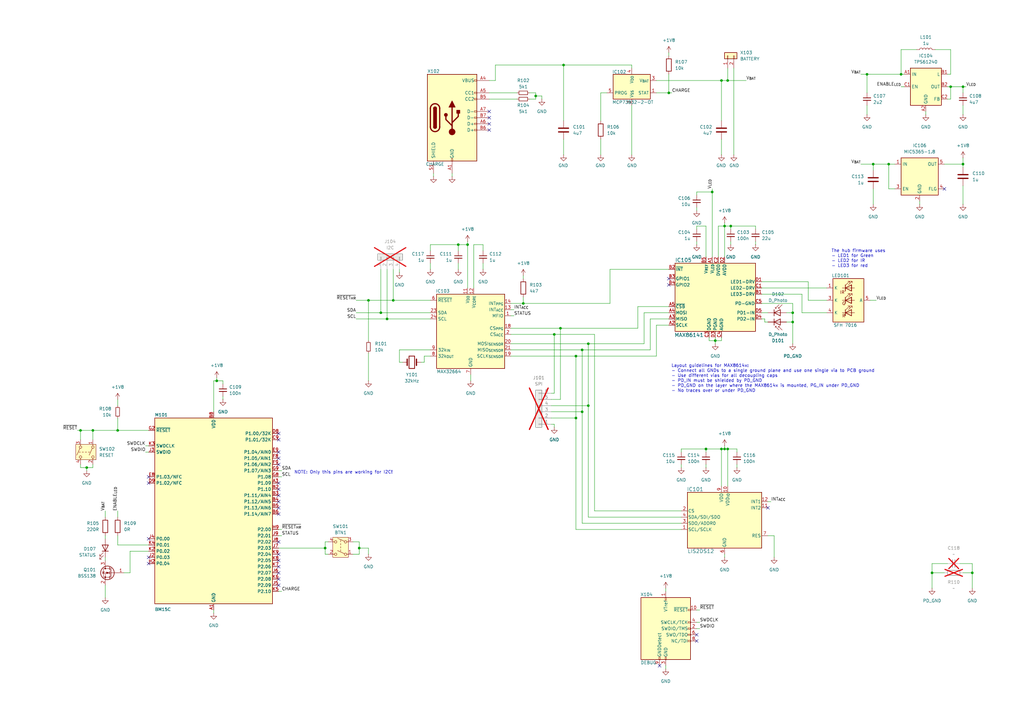
<source format=kicad_sch>
(kicad_sch (version 20250114) (generator "eeschema") (generator_version "9.0")
  (paper "A3")
  (title_block (title "Heart Rate Dev-Board") (date "2025-07-29") (rev "3") (company "https://github.com/ZSWatch/Heartrate-HW"))
  (text "The hub firmware uses\n- LED1 for Green\n- LED2 for IR\n- LED3 for red" (at 340.995 102.235 0) (effects (font (size 1.27 1.27)) (justify left top)))
  (text "NOTE: Only this pins are working for I2C!" (at 120.65 193.04 0) (effects (font (size 1.27 1.27)) (justify left top)))
  (text "Layout guidelines for MAX8614x:\n- Connect all GNDs to a single ground plane and use one single via to PCB ground\n- Use different vias for all decoupling caps\n- PD_IN must be shielded by PD_GND\n- PD_GND on the layer where the MAX8614x is mounted, PG_IN under PD_GND\n- No traces over or under PD_GND" (at 275.336 149.352 0) (effects (font (size 1.27 1.27)) (justify left top)))
  (junction (at 274.32 38.1))
  (junction (at 355.6 30.48))
  (junction (at 325.12 132.08))
  (junction (at 158.75 130.81))
  (junction (at 35.56 191.77))
  (junction (at 133.35 224.79))
  (junction (at 394.97 67.31))
  (junction (at 88.9 156.21))
  (junction (at 38.1 176.53))
  (junction (at 394.97 35.56))
  (junction (at 292.1 78.74))
  (junction (at 214.63 124.46))
  (junction (at 238.76 168.91))
  (junction (at 241.3 140.97))
  (junction (at 295.91 33.02))
  (junction (at 382.27 234.95))
  (junction (at 297.18 92.71))
  (junction (at 156.21 128.27))
  (junction (at 293.37 139.7))
  (junction (at 298.45 33.02))
  (junction (at 33.02 176.53))
  (junction (at 299.72 92.71))
  (junction (at 187.96 100.33))
  (junction (at 289.56 184.15))
  (junction (at 227.33 137.16))
  (junction (at 398.78 234.95))
  (junction (at 151.13 123.19))
  (junction (at 364.49 67.31))
  (junction (at 358.14 67.31))
  (junction (at 236.22 146.05))
  (junction (at 241.3 166.37))
  (junction (at 238.76 143.51))
  (junction (at 229.87 134.62))
  (junction (at 161.29 123.19))
  (junction (at 191.77 100.33))
  (junction (at 236.22 171.45))
  (junction (at 297.18 184.15))
  (junction (at 147.32 224.79))
  (junction (at 295.91 184.15))
  (junction (at 389.89 35.56))
  (junction (at 298.45 184.15))
  (junction (at 325.12 128.27))
  (junction (at 369.57 30.48))
  (junction (at 219.71 39.37))
  (junction (at 48.26 176.53))
  (junction (at 231.14 26.67))
  (no_connect (at 60.96 195.58))
  (no_connect (at 387.35 77.47))
  (no_connect (at 274.32 114.3))
  (no_connect (at 114.3 222.25))
  (no_connect (at 60.96 220.98))
  (no_connect (at 114.3 198.12))
  (no_connect (at 200.66 50.8))
  (no_connect (at 285.75 262.89))
  (no_connect (at 114.3 185.42))
  (no_connect (at 114.3 240.03))
  (no_connect (at 285.75 260.35))
  (no_connect (at 114.3 234.95))
  (no_connect (at 114.3 203.2))
  (no_connect (at 200.66 45.72))
  (no_connect (at 114.3 208.28))
  (no_connect (at 314.96 208.28))
  (no_connect (at 114.3 187.96))
  (no_connect (at 274.32 116.84))
  (no_connect (at 114.3 177.8))
  (no_connect (at 60.96 198.12))
  (no_connect (at 114.3 180.34))
  (no_connect (at 270.51 273.05))
  (no_connect (at 200.66 48.26))
  (no_connect (at 60.96 228.6))
  (no_connect (at 114.3 210.82))
  (no_connect (at 114.3 205.74))
  (no_connect (at 114.3 229.87))
  (no_connect (at 200.66 53.34))
  (no_connect (at 114.3 237.49))
  (no_connect (at 114.3 232.41))
  (no_connect (at 114.3 227.33))
  (no_connect (at 114.3 200.66))
  (no_connect (at 60.96 231.14))
  (no_connect (at 114.3 190.5))
  (wire (pts (xy 261.62 125.73) (xy 274.32 125.73)))
  (wire (pts (xy 87.63 156.21) (xy 88.9 156.21)))
  (wire (pts (xy 269.24 33.02) (xy 295.91 33.02)))
  (wire (pts (xy 377.19 82.55) (xy 377.19 83.82)))
  (wire (pts (xy 295.91 33.02) (xy 298.45 33.02)))
  (wire (pts (xy 369.57 20.32) (xy 369.57 30.48)))
  (wire (pts (xy 382.27 241.3) (xy 382.27 234.95)))
  (wire (pts (xy 325.12 124.46) (xy 325.12 128.27)))
  (wire (pts (xy 293.37 139.7) (xy 295.91 139.7)))
  (wire (pts (xy 241.3 140.97) (xy 264.16 140.97)))
  (wire (pts (xy 243.84 137.16) (xy 243.84 209.55)))
  (wire (pts (xy 60.96 182.88) (xy 59.69 182.88)))
  (wire (pts (xy 231.14 26.67) (xy 259.08 26.67)))
  (wire (pts (xy 294.64 92.71) (xy 294.64 105.41)))
  (wire (pts (xy 394.97 35.56) (xy 396.24 35.56)))
  (wire (pts (xy 382.27 231.14) (xy 388.62 231.14)))
  (wire (pts (xy 87.63 250.19) (xy 87.63 251.46)))
  (wire (pts (xy 191.77 100.33) (xy 191.77 118.11)))
  (wire (pts (xy 217.17 38.1) (xy 219.71 38.1)))
  (wire (pts (xy 241.3 166.37) (xy 241.3 212.09)))
  (wire (pts (xy 387.35 67.31) (xy 394.97 67.31)))
  (wire (pts (xy 289.56 92.71) (xy 289.56 105.41)))
  (wire (pts (xy 241.3 212.09) (xy 279.4 212.09)))
  (wire (pts (xy 163.83 148.59) (xy 165.1 148.59)))
  (wire (pts (xy 290.83 138.43) (xy 290.83 139.7)))
  (wire (pts (xy 144.78 222.25) (xy 147.32 222.25)))
  (wire (pts (xy 394.97 43.18) (xy 394.97 46.99)))
  (wire (pts (xy 353.06 30.48) (xy 355.6 30.48)))
  (wire (pts (xy 214.63 113.03) (xy 214.63 114.3)))
  (wire (pts (xy 209.55 137.16) (xy 227.33 137.16)))
  (wire (pts (xy 156.21 110.49) (xy 156.21 128.27)))
  (wire (pts (xy 134.62 222.25) (xy 133.35 222.25)))
  (wire (pts (xy 194.31 100.33) (xy 198.12 100.33)))
  (wire (pts (xy 177.8 71.12) (xy 177.8 72.39)))
  (wire (pts (xy 187.96 100.33) (xy 187.96 102.87)))
  (wire (pts (xy 133.35 227.33) (xy 133.35 224.79)))
  (wire (pts (xy 358.14 67.31) (xy 358.14 69.85)))
  (wire (pts (xy 114.3 193.04) (xy 115.57 193.04)))
  (wire (pts (xy 295.91 184.15) (xy 289.56 184.15)))
  (wire (pts (xy 295.91 184.15) (xy 297.18 184.15)))
  (wire (pts (xy 198.12 100.33) (xy 198.12 102.87)))
  (wire (pts (xy 248.92 38.1) (xy 246.38 38.1)))
  (wire (pts (xy 297.18 227.33) (xy 297.18 228.6)))
  (wire (pts (xy 389.89 40.64) (xy 389.89 35.56)))
  (wire (pts (xy 43.18 240.03) (xy 43.18 245.11)))
  (wire (pts (xy 48.26 176.53) (xy 38.1 176.53)))
  (wire (pts (xy 369.57 35.56) (xy 370.84 35.56)))
  (wire (pts (xy 144.78 227.33) (xy 147.32 227.33)))
  (wire (pts (xy 293.37 138.43) (xy 293.37 139.7)))
  (wire (pts (xy 43.18 219.71) (xy 43.18 220.98)))
  (wire (pts (xy 60.96 223.52) (xy 48.26 223.52)))
  (wire (pts (xy 289.56 190.5) (xy 289.56 191.77)))
  (wire (pts (xy 295.91 139.7) (xy 295.91 138.43)))
  (wire (pts (xy 279.4 184.15) (xy 279.4 185.42)))
  (wire (pts (xy 394.97 35.56) (xy 394.97 38.1)))
  (wire (pts (xy 339.09 128.27) (xy 328.93 128.27)))
  (wire (pts (xy 299.72 92.71) (xy 309.88 92.71)))
  (wire (pts (xy 297.18 182.88) (xy 297.18 184.15)))
  (wire (pts (xy 274.32 38.1) (xy 275.59 38.1)))
  (wire (pts (xy 299.72 92.71) (xy 299.72 93.98)))
  (wire (pts (xy 185.42 71.12) (xy 185.42 72.39)))
  (wire (pts (xy 266.7 130.81) (xy 274.32 130.81)))
  (wire (pts (xy 309.88 99.06) (xy 309.88 100.33)))
  (wire (pts (xy 294.64 92.71) (xy 297.18 92.71)))
  (wire (pts (xy 214.63 124.46) (xy 214.63 121.92)))
  (wire (pts (xy 261.62 134.62) (xy 261.62 125.73)))
  (wire (pts (xy 35.56 191.77) (xy 38.1 191.77)))
  (wire (pts (xy 194.31 118.11) (xy 194.31 100.33)))
  (wire (pts (xy 273.05 273.05) (xy 273.05 274.32)))
  (wire (pts (xy 325.12 132.08) (xy 325.12 140.97)))
  (wire (pts (xy 264.16 128.27) (xy 274.32 128.27)))
  (wire (pts (xy 48.26 176.53) (xy 60.96 176.53)))
  (wire (pts (xy 219.71 40.64) (xy 217.17 40.64)))
  (wire (pts (xy 358.14 67.31) (xy 364.49 67.31)))
  (wire (pts (xy 198.12 107.95) (xy 198.12 110.49)))
  (wire (pts (xy 161.29 110.49) (xy 161.29 123.19)))
  (wire (pts (xy 238.76 143.51) (xy 238.76 168.91)))
  (wire (pts (xy 161.29 123.19) (xy 151.13 123.19)))
  (wire (pts (xy 389.89 35.56) (xy 388.62 35.56)))
  (wire (pts (xy 313.69 132.08) (xy 314.96 132.08)))
  (wire (pts (xy 339.09 118.11) (xy 312.42 118.11)))
  (wire (pts (xy 279.4 190.5) (xy 279.4 191.77)))
  (wire (pts (xy 238.76 143.51) (xy 266.7 143.51)))
  (wire (pts (xy 114.3 242.57) (xy 115.57 242.57)))
  (wire (pts (xy 147.32 224.79) (xy 147.32 227.33)))
  (wire (pts (xy 35.56 191.77) (xy 35.56 193.04)))
  (wire (pts (xy 193.04 153.67) (xy 193.04 156.21)))
  (wire (pts (xy 176.53 143.51) (xy 163.83 143.51)))
  (wire (pts (xy 114.3 195.58) (xy 115.57 195.58)))
  (wire (pts (xy 269.24 133.35) (xy 269.24 146.05)))
  (wire (pts (xy 226.06 161.29) (xy 227.33 161.29)))
  (wire (pts (xy 33.02 176.53) (xy 33.02 180.34)))
  (wire (pts (xy 285.75 92.71) (xy 289.56 92.71)))
  (wire (pts (xy 238.76 143.51) (xy 209.55 143.51)))
  (wire (pts (xy 219.71 39.37) (xy 219.71 40.64)))
  (wire (pts (xy 91.44 156.21) (xy 91.44 157.48)))
  (wire (pts (xy 285.75 80.01) (xy 285.75 78.74)))
  (wire (pts (xy 298.45 184.15) (xy 298.45 199.39)))
  (wire (pts (xy 38.1 176.53) (xy 38.1 180.34)))
  (wire (pts (xy 173.99 148.59) (xy 173.99 146.05)))
  (wire (pts (xy 359.41 123.19) (xy 356.87 123.19)))
  (wire (pts (xy 285.75 93.98) (xy 285.75 92.71)))
  (wire (pts (xy 48.26 212.09) (xy 48.26 209.55)))
  (wire (pts (xy 339.09 123.19) (xy 331.47 123.19)))
  (wire (pts (xy 274.32 30.48) (xy 274.32 38.1)))
  (wire (pts (xy 31.75 176.53) (xy 33.02 176.53)))
  (wire (pts (xy 314.96 205.74) (xy 316.23 205.74)))
  (wire (pts (xy 246.38 38.1) (xy 246.38 49.53)))
  (wire (pts (xy 312.42 120.65) (xy 328.93 120.65)))
  (wire (pts (xy 176.53 100.33) (xy 176.53 102.87)))
  (wire (pts (xy 227.33 173.99) (xy 227.33 175.26)))
  (wire (pts (xy 375.92 20.32) (xy 369.57 20.32)))
  (wire (pts (xy 285.75 78.74) (xy 292.1 78.74)))
  (wire (pts (xy 367.03 77.47) (xy 364.49 77.47)))
  (wire (pts (xy 48.26 176.53) (xy 48.26 171.45)))
  (wire (pts (xy 325.12 128.27) (xy 325.12 132.08)))
  (wire (pts (xy 394.97 67.31) (xy 394.97 68.58)))
  (wire (pts (xy 298.45 33.02) (xy 306.07 33.02)))
  (wire (pts (xy 219.71 39.37) (xy 222.25 39.37)))
  (wire (pts (xy 279.4 184.15) (xy 289.56 184.15)))
  (wire (pts (xy 285.75 99.06) (xy 285.75 100.33)))
  (wire (pts (xy 156.21 128.27) (xy 176.53 128.27)))
  (wire (pts (xy 91.44 162.56) (xy 91.44 163.83)))
  (wire (pts (xy 264.16 140.97) (xy 264.16 128.27)))
  (wire (pts (xy 227.33 161.29) (xy 227.33 137.16)))
  (wire (pts (xy 295.91 57.15) (xy 295.91 63.5)))
  (wire (pts (xy 226.06 168.91) (xy 238.76 168.91)))
  (wire (pts (xy 151.13 224.79) (xy 151.13 227.33)))
  (wire (pts (xy 302.26 190.5) (xy 302.26 191.77)))
  (wire (pts (xy 172.72 148.59) (xy 173.99 148.59)))
  (wire (pts (xy 209.55 134.62) (xy 229.87 134.62)))
  (wire (pts (xy 274.32 133.35) (xy 269.24 133.35)))
  (wire (pts (xy 33.02 190.5) (xy 33.02 191.77)))
  (wire (pts (xy 298.45 184.15) (xy 297.18 184.15)))
  (wire (pts (xy 163.83 110.49) (xy 163.83 111.76)))
  (wire (pts (xy 219.71 39.37) (xy 219.71 38.1)))
  (wire (pts (xy 114.3 224.79) (xy 133.35 224.79)))
  (wire (pts (xy 88.9 154.94) (xy 88.9 156.21)))
  (wire (pts (xy 259.08 27.94) (xy 259.08 26.67)))
  (wire (pts (xy 379.73 45.72) (xy 379.73 46.99)))
  (wire (pts (xy 394.97 76.2) (xy 394.97 83.82)))
  (wire (pts (xy 312.42 130.81) (xy 313.69 130.81)))
  (wire (pts (xy 203.2 26.67) (xy 203.2 33.02)))
  (wire (pts (xy 382.27 234.95) (xy 387.35 234.95)))
  (wire (pts (xy 317.5 219.71) (xy 317.5 228.6)))
  (wire (pts (xy 176.53 107.95) (xy 176.53 110.49)))
  (wire (pts (xy 241.3 140.97) (xy 241.3 166.37)))
  (wire (pts (xy 313.69 130.81) (xy 313.69 132.08)))
  (wire (pts (xy 393.7 231.14) (xy 398.78 231.14)))
  (wire (pts (xy 364.49 67.31) (xy 367.03 67.31)))
  (wire (pts (xy 353.06 67.31) (xy 358.14 67.31)))
  (wire (pts (xy 33.02 191.77) (xy 35.56 191.77)))
  (wire (pts (xy 209.55 127) (xy 210.82 127)))
  (wire (pts (xy 355.6 30.48) (xy 355.6 38.1)))
  (wire (pts (xy 243.84 209.55) (xy 279.4 209.55)))
  (wire (pts (xy 176.53 123.19) (xy 161.29 123.19)))
  (wire (pts (xy 292.1 77.47) (xy 292.1 78.74)))
  (wire (pts (xy 389.89 35.56) (xy 394.97 35.56)))
  (wire (pts (xy 298.45 184.15) (xy 302.26 184.15)))
  (wire (pts (xy 226.06 166.37) (xy 241.3 166.37)))
  (wire (pts (xy 209.55 129.54) (xy 210.82 129.54)))
  (wire (pts (xy 33.02 176.53) (xy 38.1 176.53)))
  (wire (pts (xy 295.91 199.39) (xy 295.91 184.15)))
  (wire (pts (xy 273.05 241.3) (xy 273.05 242.57)))
  (wire (pts (xy 328.93 120.65) (xy 328.93 128.27)))
  (wire (pts (xy 226.06 163.83) (xy 229.87 163.83)))
  (wire (pts (xy 200.66 38.1) (xy 212.09 38.1)))
  (wire (pts (xy 292.1 78.74) (xy 292.1 105.41)))
  (wire (pts (xy 238.76 214.63) (xy 279.4 214.63)))
  (wire (pts (xy 134.62 227.33) (xy 133.35 227.33)))
  (wire (pts (xy 114.3 219.71) (xy 115.57 219.71)))
  (wire (pts (xy 369.57 30.48) (xy 370.84 30.48)))
  (wire (pts (xy 209.55 124.46) (xy 214.63 124.46)))
  (wire (pts (xy 394.97 234.95) (xy 398.78 234.95)))
  (wire (pts (xy 87.63 156.21) (xy 87.63 168.91)))
  (wire (pts (xy 236.22 171.45) (xy 236.22 217.17)))
  (wire (pts (xy 382.27 234.95) (xy 382.27 231.14)))
  (wire (pts (xy 250.19 110.49) (xy 274.32 110.49)))
  (wire (pts (xy 187.96 107.95) (xy 187.96 110.49)))
  (wire (pts (xy 60.96 226.06) (xy 53.34 226.06)))
  (wire (pts (xy 322.58 128.27) (xy 325.12 128.27)))
  (wire (pts (xy 285.75 250.19) (xy 287.02 250.19)))
  (wire (pts (xy 274.32 21.59) (xy 274.32 22.86)))
  (wire (pts (xy 388.62 30.48) (xy 389.89 30.48)))
  (wire (pts (xy 187.96 100.33) (xy 191.77 100.33)))
  (wire (pts (xy 293.37 139.7) (xy 293.37 140.97)))
  (wire (pts (xy 158.75 110.49) (xy 158.75 130.81)))
  (wire (pts (xy 43.18 228.6) (xy 43.18 229.87)))
  (wire (pts (xy 146.05 128.27) (xy 156.21 128.27)))
  (wire (pts (xy 309.88 92.71) (xy 309.88 93.98)))
  (wire (pts (xy 295.91 33.02) (xy 295.91 49.53)))
  (wire (pts (xy 259.08 43.18) (xy 259.08 63.5)))
  (wire (pts (xy 222.25 40.64) (xy 222.25 39.37)))
  (wire (pts (xy 48.26 163.83) (xy 48.26 166.37)))
  (wire (pts (xy 312.42 115.57) (xy 331.47 115.57)))
  (wire (pts (xy 389.89 30.48) (xy 389.89 20.32)))
  (wire (pts (xy 285.75 85.09) (xy 285.75 86.36)))
  (wire (pts (xy 297.18 92.71) (xy 299.72 92.71)))
  (wire (pts (xy 114.3 217.17) (xy 115.57 217.17)))
  (wire (pts (xy 227.33 137.16) (xy 243.84 137.16)))
  (wire (pts (xy 297.18 91.44) (xy 297.18 92.71)))
  (wire (pts (xy 299.72 99.06) (xy 299.72 100.33)))
  (wire (pts (xy 331.47 123.19) (xy 331.47 115.57)))
  (wire (pts (xy 38.1 190.5) (xy 38.1 191.77)))
  (wire (pts (xy 298.45 27.94) (xy 298.45 33.02)))
  (wire (pts (xy 236.22 217.17) (xy 279.4 217.17)))
  (wire (pts (xy 250.19 124.46) (xy 250.19 110.49)))
  (wire (pts (xy 146.05 130.81) (xy 158.75 130.81)))
  (wire (pts (xy 358.14 77.47) (xy 358.14 83.82)))
  (wire (pts (xy 43.18 209.55) (xy 43.18 212.09)))
  (wire (pts (xy 383.54 20.32) (xy 389.89 20.32)))
  (wire (pts (xy 200.66 33.02) (xy 203.2 33.02)))
  (wire (pts (xy 269.24 38.1) (xy 274.32 38.1)))
  (wire (pts (xy 398.78 234.95) (xy 398.78 241.3)))
  (wire (pts (xy 266.7 143.51) (xy 266.7 130.81)))
  (wire (pts (xy 200.66 40.64) (xy 212.09 40.64)))
  (wire (pts (xy 147.32 222.25) (xy 147.32 224.79)))
  (wire (pts (xy 163.83 143.51) (xy 163.83 148.59)))
  (wire (pts (xy 314.96 219.71) (xy 317.5 219.71)))
  (wire (pts (xy 231.14 57.15) (xy 231.14 63.5)))
  (wire (pts (xy 394.97 64.77) (xy 394.97 67.31)))
  (wire (pts (xy 151.13 144.78) (xy 151.13 156.21)))
  (wire (pts (xy 214.63 124.46) (xy 250.19 124.46)))
  (wire (pts (xy 229.87 134.62) (xy 229.87 163.83)))
  (wire (pts (xy 285.75 255.27) (xy 287.02 255.27)))
  (wire (pts (xy 48.26 223.52) (xy 48.26 219.71)))
  (wire (pts (xy 246.38 57.15) (xy 246.38 63.5)))
  (wire (pts (xy 147.32 224.79) (xy 151.13 224.79)))
  (wire (pts (xy 209.55 140.97) (xy 241.3 140.97)))
  (wire (pts (xy 398.78 231.14) (xy 398.78 234.95)))
  (wire (pts (xy 191.77 99.06) (xy 191.77 100.33)))
  (wire (pts (xy 133.35 222.25) (xy 133.35 224.79)))
  (wire (pts (xy 60.96 185.42) (xy 59.69 185.42)))
  (wire (pts (xy 229.87 134.62) (xy 261.62 134.62)))
  (wire (pts (xy 226.06 173.99) (xy 227.33 173.99)))
  (wire (pts (xy 355.6 30.48) (xy 369.57 30.48)))
  (wire (pts (xy 226.06 171.45) (xy 236.22 171.45)))
  (wire (pts (xy 289.56 184.15) (xy 289.56 185.42)))
  (wire (pts (xy 231.14 26.67) (xy 203.2 26.67)))
  (wire (pts (xy 151.13 123.19) (xy 151.13 139.7)))
  (wire (pts (xy 236.22 146.05) (xy 236.22 171.45)))
  (wire (pts (xy 388.62 40.64) (xy 389.89 40.64)))
  (wire (pts (xy 176.53 146.05) (xy 173.99 146.05)))
  (wire (pts (xy 285.75 257.81) (xy 287.02 257.81)))
  (wire (pts (xy 176.53 100.33) (xy 187.96 100.33)))
  (wire (pts (xy 53.34 226.06) (xy 53.34 234.95)))
  (wire (pts (xy 231.14 26.67) (xy 231.14 49.53)))
  (wire (pts (xy 312.42 124.46) (xy 325.12 124.46)))
  (wire (pts (xy 146.05 123.19) (xy 151.13 123.19)))
  (wire (pts (xy 364.49 77.47) (xy 364.49 67.31)))
  (wire (pts (xy 322.58 132.08) (xy 325.12 132.08)))
  (wire (pts (xy 300.99 27.94) (xy 300.99 63.5)))
  (wire (pts (xy 355.6 43.18) (xy 355.6 46.99)))
  (wire (pts (xy 158.75 130.81) (xy 176.53 130.81)))
  (wire (pts (xy 50.8 234.95) (xy 53.34 234.95)))
  (wire (pts (xy 297.18 92.71) (xy 297.18 105.41)))
  (wire (pts (xy 312.42 128.27) (xy 314.96 128.27)))
  (wire (pts (xy 209.55 146.05) (xy 236.22 146.05)))
  (wire (pts (xy 88.9 156.21) (xy 91.44 156.21)))
  (wire (pts (xy 302.26 184.15) (xy 302.26 185.42)))
  (wire (pts (xy 238.76 168.91) (xy 238.76 214.63)))
  (wire (pts (xy 236.22 146.05) (xy 269.24 146.05)))
  (wire (pts (xy 290.83 139.7) (xy 293.37 139.7)))
  (label "~{RESET}" (at 287.02 250.19 0))
  (label "V_{LED}" (at 396.24 35.56 0))
  (label "SWDIO" (at 287.02 257.81 0))
  (label "INT_{ACC}" (at 316.23 205.74 0))
  (label "~{RESET_{HR}}" (at 115.57 217.17 0))
  (label "ENABLE_{LED}" (at 369.57 35.56 180))
  (label "SDA" (at 146.05 128.27 180))
  (label "INT_{ACC}" (at 210.82 127 0))
  (label "CHARGE" (at 275.59 38.1 0))
  (label "V_{LED}" (at 292.1 77.47 90))
  (label "SWDCLK" (at 287.02 255.27 0))
  (label "STATUS" (at 115.57 219.71 0))
  (label "CHARGE" (at 115.57 242.57 0))
  (label "V_{LED}" (at 359.41 123.19 0))
  (label "V_{BAT}" (at 353.06 30.48 180))
  (label "V_{BAT}" (at 353.06 67.31 180))
  (label "SWDCLK" (at 59.69 182.88 180))
  (label "STATUS" (at 210.82 129.54 0))
  (label "SCL" (at 115.57 195.58 0))
  (label "ENABLE_{LED}" (at 48.26 209.55 90))
  (label "SDA" (at 115.57 193.04 0))
  (label "SWDIO" (at 59.69 185.42 180))
  (label "SCL" (at 146.05 130.81 180))
  (label "V_{BAT}" (at 43.18 209.55 90))
  (label "V_{BAT}" (at 306.07 33.02 0))
  (label "~{RESET_{HR}}" (at 146.05 123.19 180))
  (label "~{RESET}" (at 31.75 176.53 180))
  (symbol (lib_id "Connector_Generic:Conn_01x04") (at 158.75 105.41 90) (unit 1) (dnp yes)
    (property "Reference" "J104" (at 160.02 99.06 90))
    (property "Value" "I2C" (at 160.02 101.6 90))
    (property "Footprint" "Connector_PinHeader_2.54mm:PinHeader_1x04_P2.54mm_Vertical" (effects (hide yes)))
    (property "Description" "Generic connector, single row, 01x04, script generated (kicad-library-utils/schlib/autogen/connector/)" (effects (hide yes)))
  )
  (symbol (lib_id "Device:R") (at 48.26 215.9 0) (mirror x) (unit 1)
    (property "Reference" "R109" (at 50.8 214.6299 0) (effects (justify left)))
    (property "Value" "0R" (at 50.8 217.1699 0) (effects (justify left)))
    (property "Footprint" "Resistor_SMD:R_0805_2012Metric" (effects (hide yes)))
    (property "Datasheet" "https://www.vishay.com/doc?28773" (effects (hide yes)))
    (property "Description" "Resistor" (effects (hide yes)))
    (property "manf" "Vishay" (effects (hide yes)))
    (property "manf#" "CRCW08050000Z0EBC" (effects (hide yes)))
    (property "mouser#" "71-CRCW08050000Z0EBC" (effects (hide yes)))
  )
  (symbol (lib_id "power:+1V8") (at 273.05 241.3 0) (unit 1)
    (property "Reference" "#PWR0133" (effects (hide yes)))
    (property "Value" "+1V8" (at 273.05 236.22 0))
    (property "Description" "Power symbol creates a global label with name \"+1V8\"" (effects (hide yes)))
  )
  (symbol (lib_id "power:GND") (at 302.26 191.77 0) (unit 1)
    (property "Reference" "#PWR0150" (effects (hide yes)))
    (property "Value" "GND" (at 302.26 196.85 0))
    (property "Description" "Power symbol creates a global label with name \"GND\" , ground" (effects (hide yes)))
  )
  (symbol (lib_id "power:GND") (at 300.99 63.5 0) (unit 1)
    (property "Reference" "#PWR0127" (effects (hide yes)))
    (property "Value" "GND" (at 301.117 67.8942 0))
    (property "Description" "Power symbol creates a global label with name \"GND\" , ground" (effects (hide yes)))
  )
  (symbol (lib_id "power:GNDA") (at 382.27 241.3 0) (unit 1)
    (property "Reference" "#PWR0135" (effects (hide yes)))
    (property "Value" "PD_GND" (at 382.27 246.38 0))
    (property "Description" "Power symbol creates a global label with name \"GNDA\" , analog ground" (effects (hide yes)))
  )
  (symbol (lib_id "Device:D_Photo") (at 320.04 132.08 0) (mirror x) (unit 1)
    (property "Reference" "D101" (at 319.0875 139.7 0))
    (property "Value" "D_Photo" (at 319.0875 137.16 0))
    (property "Footprint" "Vishay:VEMD808x" (effects (hide yes)))
    (property "Datasheet" "https://www.vishay.com/docs/80381/vemd8082.pdf" (effects (hide yes)))
    (property "Description" "Photodiode" (effects (hide yes)))
    (property "manf" "Vishay Semiconductors" (effects (hide yes)))
    (property "manf#" "VEMD8082" (effects (hide yes)))
    (property "mouser#" "78-VEMD8082" (effects (hide yes)))
  )
  (symbol (lib_id "Device:C_Small") (at 91.44 160.02 0) (unit 1)
    (property "Reference" "C109" (at 93.98 158.7562 0) (effects (justify left)))
    (property "Value" "100n" (at 93.98 161.2962 0) (effects (justify left)))
    (property "Footprint" "Capacitor_SMD:C_0402_1005Metric" (effects (hide yes)))
    (property "Datasheet" "https://www.yageogroup.com/content/datasheet/asset/file/KEM_C1002_X7R_SMD" (effects (hide yes)))
    (property "Description" "Unpolarized capacitor, small symbol" (effects (hide yes)))
    (property "manf" "KEMET" (effects (hide yes)))
    (property "manf#" "C0402C104K4RAC7411" (effects (hide yes)))
    (property "mouser#" "80-C0402C104K4R7411" (effects (hide yes)))
  )
  (symbol (lib_id "power:GND") (at 273.05 274.32 0) (unit 1)
    (property "Reference" "#PWR0134" (effects (hide yes)))
    (property "Value" "GND" (at 273.05 279.4 0))
    (property "Description" "Power symbol creates a global label with name \"GND\" , ground" (effects (hide yes)))
  )
  (symbol (lib_id "Device:C_Small") (at 176.53 105.41 0) (mirror y) (unit 1)
    (property "Reference" "C117" (at 173.99 104.1462 0) (effects (justify left)))
    (property "Value" "1u" (at 173.99 106.6862 0) (effects (justify left)))
    (property "Footprint" "Capacitor_SMD:C_0402_1005Metric" (effects (hide yes)))
    (property "Datasheet" "https://www.mouser.de/datasheet/2/40/cx5r-2835979.pdf" (effects (hide yes)))
    (property "Description" "Unpolarized capacitor, small symbol" (effects (hide yes)))
    (property "manf" "KYOCERA AVX" (effects (hide yes)))
    (property "manf#" "04023D105KAT2A" (effects (hide yes)))
    (property "mouser#" "581-04023D105KAT2A" (effects (hide yes)))
  )
  (symbol (lib_id "power:GND") (at 394.97 46.99 0) (unit 1)
    (property "Reference" "#PWR0129" (effects (hide yes)))
    (property "Value" "GND" (at 394.97 52.07 0))
    (property "Description" "Power symbol creates a global label with name \"GND\" , ground" (effects (hide yes)))
  )
  (symbol (lib_id "power:GND") (at 246.38 63.5 0) (mirror y) (unit 1)
    (property "Reference" "#PWR0122" (effects (hide yes)))
    (property "Value" "GND" (at 246.253 67.8942 0))
    (property "Description" "Power symbol creates a global label with name \"GND\" , ground" (effects (hide yes)))
  )
  (symbol (lib_id "power:GND") (at 231.14 63.5 0) (mirror y) (unit 1)
    (property "Reference" "#PWR0120" (effects (hide yes)))
    (property "Value" "GND" (at 231.013 67.8942 0))
    (property "Description" "Power symbol creates a global label with name \"GND\" , ground" (effects (hide yes)))
  )
  (symbol (lib_id "Device:C_Small") (at 198.12 105.41 0) (unit 1)
    (property "Reference" "C112" (at 200.66 104.1462 0) (effects (justify left)))
    (property "Value" "1u" (at 200.66 106.6862 0) (effects (justify left)))
    (property "Footprint" "Capacitor_SMD:C_0402_1005Metric" (effects (hide yes)))
    (property "Datasheet" "https://www.mouser.de/datasheet/2/40/cx5r-2835979.pdf" (effects (hide yes)))
    (property "Description" "Unpolarized capacitor, small symbol" (effects (hide yes)))
    (property "manf" "KYOCERA AVX" (effects (hide yes)))
    (property "manf#" "04023D105KAT2A" (effects (hide yes)))
    (property "mouser#" "581-04023D105KAT2A" (effects (hide yes)))
  )
  (symbol (lib_id "power:+1V8") (at 274.32 21.59 0) (unit 1)
    (property "Reference" "#PWR0125" (effects (hide yes)))
    (property "Value" "+1V8" (at 274.32 16.51 0))
    (property "Description" "Power symbol creates a global label with name \"+1V8\"" (effects (hide yes)))
  )
  (symbol (lib_id "Switch:SW_DPST") (at 139.7 224.79 0) (mirror y) (unit 1)
    (property "Reference" "SW101" (at 139.7 215.9 0))
    (property "Value" "BTN1" (at 139.7 218.44 0))
    (property "Footprint" "Wuerth:WS-TASV-6x6" (effects (hide yes)))
    (property "Datasheet" "https://www.we-online.com/components/products/datasheet/430182095816.pdf" (effects (hide yes)))
    (property "Description" "Double Pole Single Throw (DPST) Switch" (effects (hide yes)))
    (property "manf" "Wurth Elektronik" (effects (hide yes)))
    (property "manf#" "430182095816" (effects (hide yes)))
    (property "mouser#" "710-430182095816" (effects (hide yes)))
  )
  (symbol (lib_id "power:GND") (at 355.6 46.99 0) (unit 1)
    (property "Reference" "#PWR0124" (effects (hide yes)))
    (property "Value" "GND" (at 355.6 52.07 0))
    (property "Description" "Power symbol creates a global label with name \"GND\" , ground" (effects (hide yes)))
  )
  (symbol (lib_id "Device:C_Small") (at 187.96 105.41 0) (mirror y) (unit 1)
    (property "Reference" "C111" (at 185.42 104.1462 0) (effects (justify left)))
    (property "Value" "1u" (at 185.42 106.6862 0) (effects (justify left)))
    (property "Footprint" "Capacitor_SMD:C_0402_1005Metric" (effects (hide yes)))
    (property "Datasheet" "https://www.mouser.de/datasheet/2/40/cx5r-2835979.pdf" (effects (hide yes)))
    (property "Description" "Unpolarized capacitor, small symbol" (effects (hide yes)))
    (property "manf" "KYOCERA AVX" (effects (hide yes)))
    (property "manf#" "04023D105KAT2A" (effects (hide yes)))
    (property "mouser#" "581-04023D105KAT2A" (effects (hide yes)))
  )
  (symbol (lib_id "power:GND") (at 185.42 72.39 0) (unit 1)
    (property "Reference" "#PWR0114" (effects (hide yes)))
    (property "Value" "GND" (effects (hide yes)))
    (property "Description" "Power symbol creates a global label with name \"GND\" , ground" (effects (hide yes)))
  )
  (symbol (lib_id "Device:C") (at 295.91 53.34 0) (mirror y) (unit 1)
    (property "Reference" "C102" (at 292.1 52.07 0) (effects (justify left)))
    (property "Value" "4u7" (at 292.1 54.61 0) (effects (justify left)))
    (property "Footprint" "Capacitor_SMD:C_0603_1608Metric" (effects (hide yes)))
    (property "Datasheet" "https://www.mouser.de/datasheet/2/396/mlcc02_e-1307760.pdf" (effects (hide yes)))
    (property "Description" "Unpolarized capacitor" (effects (hide yes)))
    (property "manf" "TAIYO YUDEN" (effects (hide yes)))
    (property "manf#" "LMK107BJ475KA-T" (effects (hide yes)))
    (property "mouser#" "963-LMK107BJ475KA-T" (effects (hide yes)))
  )
  (symbol (lib_id "Device:R") (at 274.32 26.67 0) (mirror x) (unit 1)
    (property "Reference" "R107" (at 276.86 25.3999 0) (effects (justify left)))
    (property "Value" "10k" (at 276.86 27.9399 0) (effects (justify left)))
    (property "Footprint" "Resistor_SMD:R_0402_1005Metric" (effects (hide yes)))
    (property "Datasheet" "https://www.mouser.de/datasheet/2/54/cr-1858361.pdf" (effects (hide yes)))
    (property "Description" "Resistor" (effects (hide yes)))
    (property "manf" "Bourns" (effects (hide yes)))
    (property "manf#" "CR0402-JW-103GLF" (effects (hide yes)))
    (property "mouser#" "652-CR0402-JW-103GLF" (effects (hide yes)))
  )
  (symbol (lib_id "power:GND") (at 176.53 110.49 0) (unit 1)
    (property "Reference" "#PWR0151" (effects (hide yes)))
    (property "Value" "GND" (at 176.53 115.57 0))
    (property "Description" "Power symbol creates a global label with name \"GND\" , ground" (effects (hide yes)))
  )
  (symbol (lib_id "power:GND") (at 151.13 227.33 0) (mirror y) (unit 1)
    (property "Reference" "#PWR0111" (effects (hide yes)))
    (property "Value" "GND" (at 151.13 232.41 0))
    (property "Description" "Power symbol creates a global label with name \"GND\" , ground" (effects (hide yes)))
  )
  (symbol (lib_id "Device:Crystal") (at 168.91 148.59 180) (unit 1)
    (property "Reference" "Y101" (at 168.91 153.67 0))
    (property "Value" "32kHz" (at 168.91 156.21 0))
    (property "Footprint" "Crystal_Kampi:ECS_ECX-1210" (effects (hide yes)))
    (property "Datasheet" "https://www.mouser.de/datasheet/2/122/ECX_1210-2400578.pdf" (effects (hide yes)))
    (property "Description" "Two pin crystal" (effects (hide yes)))
    (property "manf" "ECS" (effects (hide yes)))
    (property "manf#" "ECS-.327-6-1210-TR" (effects (hide yes)))
    (property "mouser#" "520-.327-6-1210-TR" (effects (hide yes)))
  )
  (symbol (lib_id "Device:C_Small") (at 285.75 82.55 0) (mirror y) (unit 1)
    (property "Reference" "C106" (at 283.21 81.2862 0) (effects (justify left)))
    (property "Value" "10u" (at 283.21 83.8262 0) (effects (justify left)))
    (property "Footprint" "Capacitor_SMD:C_0402_1005Metric" (effects (hide yes)))
    (property "Datasheet" "https://www.mouser.de/datasheet/2/396/mlcc02_e-1307760.pdf" (effects (hide yes)))
    (property "Description" "Unpolarized capacitor, small symbol" (effects (hide yes)))
    (property "manf" "TAIYO YUDEN" (effects (hide yes)))
    (property "manf#" "AMK105CBJ106MV-F" (effects (hide yes)))
    (property "mouser#" "963-AMK105CBJ106MV-F" (effects (hide yes)))
  )
  (symbol (lib_id "Battery_Management:MCP73832-2-OT") (at 259.08 35.56 0) (unit 1)
    (property "Reference" "IC102" (at 254 29.464 0))
    (property "Value" "MCP73832-2-OT" (at 259.588 41.91 0))
    (property "Footprint" "Package_TO_SOT_SMD:SOT-23-5" (effects (hide yes)))
    (property "Datasheet" "http://ww1.microchip.com/downloads/en/DeviceDoc/20001984g.pdf" (effects (hide yes)))
    (property "Description" "Single cell, Li-Ion/Li-Po charge management controller, 4.20V, Open-Drain Status Output, in SOT23-5 package" (effects (hide yes)))
    (property "manf" "Microchip Technology / Atmel" (effects (hide yes)))
    (property "manf#" "MCP73832T-2ACI/OT" (effects (hide yes)))
    (property "mouser#" "579-MCP73832T-2ACI/OT" (effects (hide yes)))
  )
  (symbol (lib_id "power:GND") (at 398.78 241.3 0) (unit 1)
    (property "Reference" "#PWR0139" (effects (hide yes)))
    (property "Value" "GND" (at 398.78 246.38 0))
    (property "Description" "Power symbol creates a global label with name \"GND\" , ground" (effects (hide yes)))
  )
  (symbol (lib_id "Connector_Generic:Conn_01x06") (at 220.98 168.91 180) (unit 1) (dnp yes)
    (property "Reference" "J101" (at 220.98 154.94 0))
    (property "Value" "SPI" (at 220.98 157.48 0))
    (property "Footprint" "Connector_PinHeader_2.54mm:PinHeader_1x06_P2.54mm_Vertical" (effects (hide yes)))
    (property "Description" "Generic connector, single row, 01x06, script generated (kicad-library-utils/schlib/autogen/connector/)" (effects (hide yes)))
  )
  (symbol (lib_id "Device:C_Small") (at 391.16 231.14 90) (mirror x) (unit 1) (in_bom no) (dnp yes)
    (property "Reference" "C118" (at 391.1663 224.79 90))
    (property "Value" "~" (at 391.1663 227.33 90))
    (property "Footprint" "Capacitor_SMD:C_0402_1005Metric" (effects (hide yes)))
    (property "Description" "Unpolarized capacitor, small symbol" (effects (hide yes)))
  )
  (symbol (lib_id "power:+1V8") (at 394.97 64.77 0) (unit 1)
    (property "Reference" "#PWR0137" (effects (hide yes)))
    (property "Value" "+1V8" (at 394.97 59.69 0))
    (property "Description" "Power symbol creates a global label with name \"+1V8\"" (effects (hide yes)))
  )
  (symbol (lib_id "Device:R_Small") (at 151.13 142.24 0) (unit 1)
    (property "Reference" "R101" (at 153.67 140.9699 0) (effects (justify left)))
    (property "Value" "10k" (at 153.67 143.5099 0) (effects (justify left)))
    (property "Footprint" "Resistor_SMD:R_0402_1005Metric" (effects (hide yes)))
    (property "Datasheet" "https://www.mouser.de/datasheet/2/54/cr-1858361.pdf" (effects (hide yes)))
    (property "Description" "Resistor, small symbol" (effects (hide yes)))
    (property "manf" "Bourns" (effects (hide yes)))
    (property "manf#" "CR0402-JW-103GLF" (effects (hide yes)))
    (property "mouser#" "652-CR0402-JW-103GLF" (effects (hide yes)))
  )
  (symbol (lib_id "Analog Devices:MAX86141") (at 293.37 121.92 0) (unit 1)
    (property "Reference" "IC105" (at 276.86 106.68 0) (effects (font (size 1.524 1.524)) (justify left)))
    (property "Value" "MAX86141" (at 276.606 137.414 0) (effects (font (size 1.524 1.524)) (justify left)))
    (property "Footprint" "Package_BGA_Kampi:THIN-WLP-20_2.228x1.967mm_P0.4mm" (effects (hide yes)))
    (property "Datasheet" "https://www.analog.com/media/en/technical-documentation/data-sheets/max86140-max86141.pdf" (effects (hide yes)))
    (property "manf" "Analog Devices / Maxim Integrated" (effects (hide yes)))
    (property "manf#" "MAX86141ENP+T" (effects (hide yes)))
    (property "mouser#" "700-MAX86141ENP+T" (effects (hide yes)))
  )
  (symbol (lib_id "power:GND") (at 285.75 86.36 0) (unit 1)
    (property "Reference" "#PWR0121" (effects (hide yes)))
    (property "Value" "GND" (at 285.75 91.44 0))
    (property "Description" "Power symbol creates a global label with name \"GND\" , ground" (effects (hide yes)))
  )
  (symbol (lib_id "power:GND") (at 193.04 156.21 0) (unit 1)
    (property "Reference" "#PWR0109" (effects (hide yes)))
    (property "Value" "GND" (at 193.04 161.29 0))
    (property "Description" "Power symbol creates a global label with name \"GND\" , ground" (effects (hide yes)))
  )
  (symbol (lib_id "power:GND") (at 309.88 100.33 0) (unit 1)
    (property "Reference" "#PWR0118" (effects (hide yes)))
    (property "Value" "GND" (at 309.88 105.41 0))
    (property "Description" "Power symbol creates a global label with name \"GND\" , ground" (effects (hide yes)))
  )
  (symbol (lib_id "Microchip_Kampi:MIC5365") (at 377.19 72.39 0) (unit 1)
    (property "Reference" "IC106" (at 377.19 59.69 0))
    (property "Value" "MIC5365-1.8" (at 377.19 62.23 0))
    (property "Footprint" "Package_TO_SOT_SMD:SOT-23-5" (effects (hide yes)))
    (property "Datasheet" "https://ww1.microchip.com/downloads/en/DeviceDoc/mic5365.pdf" (effects (hide yes)))
    (property "manf" "Microchip Technology" (effects (hide yes)))
    (property "manf#" " MIC5365-1.8YD5-TR" (effects (hide yes)))
    (property "mouser#" "998- MIC5365-1.8YD5-TR" (effects (hide yes)))
  )
  (symbol (lib_id "power:GND") (at 295.91 63.5 0) (mirror y) (unit 1)
    (property "Reference" "#PWR0126" (effects (hide yes)))
    (property "Value" "GND" (at 295.783 67.8942 0))
    (property "Description" "Power symbol creates a global label with name \"GND\" , ground" (effects (hide yes)))
  )
  (symbol (lib_id "Device:C_Small") (at 299.72 96.52 0) (unit 1)
    (property "Reference" "C103" (at 302.26 95.2562 0) (effects (justify left)))
    (property "Value" "100n" (at 302.26 97.7962 0) (effects (justify left)))
    (property "Footprint" "Capacitor_SMD:C_0402_1005Metric" (effects (hide yes)))
    (property "Datasheet" "https://www.yageogroup.com/content/datasheet/asset/file/KEM_C1002_X7R_SMD" (effects (hide yes)))
    (property "Description" "Unpolarized capacitor, small symbol" (effects (hide yes)))
    (property "manf" "KEMET" (effects (hide yes)))
    (property "manf#" "C0402C104K4RAC7411" (effects (hide yes)))
    (property "mouser#" "80-C0402C104K4R7411" (effects (hide yes)))
  )
  (symbol (lib_id "power:+1V8") (at 297.18 91.44 0) (unit 1)
    (property "Reference" "#PWR0104" (effects (hide yes)))
    (property "Value" "+1V8" (at 297.18 86.36 0))
    (property "Description" "Power symbol creates a global label with name \"+1V8\"" (effects (hide yes)))
  )
  (symbol (lib_id "power:GND") (at 358.14 83.82 0) (unit 1)
    (property "Reference" "#PWR0138" (effects (hide yes)))
    (property "Value" "GND" (at 358.14 88.9 0))
    (property "Description" "Power symbol creates a global label with name \"GND\" , ground" (effects (hide yes)))
  )
  (symbol (lib_id "Device:R") (at 391.16 234.95 90) (mirror x) (unit 1) (in_bom no) (dnp yes)
    (property "Reference" "R110" (at 391.16 238.76 90))
    (property "Value" "~" (at 391.16 241.3 90))
    (property "Footprint" "Resistor_SMD:R_0402_1005Metric" (effects (hide yes)))
    (property "Description" "Resistor" (effects (hide yes)))
  )
  (symbol (lib_id "power:GND") (at 297.18 228.6 0) (unit 1)
    (property "Reference" "#PWR0106" (effects (hide yes)))
    (property "Value" "GND" (at 297.18 233.68 0))
    (property "Description" "Power symbol creates a global label with name \"GND\" , ground" (effects (hide yes)))
  )
  (symbol (lib_id "Device:R_Small") (at 48.26 168.91 0) (mirror y) (unit 1)
    (property "Reference" "R108" (at 45.72 167.6399 0) (effects (justify left)))
    (property "Value" "10k" (at 45.72 170.1799 0) (effects (justify left)))
    (property "Footprint" "Resistor_SMD:R_0402_1005Metric" (effects (hide yes)))
    (property "Datasheet" "https://www.mouser.de/datasheet/2/54/cr-1858361.pdf" (effects (hide yes)))
    (property "Description" "Resistor, small symbol" (effects (hide yes)))
    (property "manf" "Bourns" (effects (hide yes)))
    (property "manf#" "CR0402-JW-103GLF" (effects (hide yes)))
    (property "mouser#" "652-CR0402-JW-103GLF" (effects (hide yes)))
  )
  (symbol (lib_id "power:GND") (at 379.73 46.99 0) (unit 1)
    (property "Reference" "#PWR0128" (effects (hide yes)))
    (property "Value" "GND" (at 379.73 52.07 0))
    (property "Description" "Power symbol creates a global label with name \"GND\" , ground" (effects (hide yes)))
  )
  (symbol (lib_id "power:GND") (at 177.8 72.39 0) (unit 1)
    (property "Reference" "#PWR0113" (effects (hide yes)))
    (property "Value" "GND" (effects (hide yes)))
    (property "Description" "Power symbol creates a global label with name \"GND\" , ground" (effects (hide yes)))
  )
  (symbol (lib_id "Connector:USB_C_Receptacle_USB2.0_14P") (at 185.42 48.26 0) (unit 1)
    (property "Reference" "X102" (at 177.8 29.21 0))
    (property "Value" "CHARGE" (at 178.435 67.31 0))
    (property "Footprint" "Connector_USB:USB_C_Receptacle_GCT_USB4105-xx-A_16P_TopMnt_Horizontal" (effects (hide yes)))
    (property "Datasheet" "https://www.usb.org/sites/default/files/documents/usb_type-c.zip" (effects (hide yes)))
    (property "Description" "USB 2.0-only 14P Type-C Receptacle connector" (effects (hide yes)))
    (property "manf" "GCT" (effects (hide yes)))
    (property "manf#" "USB4105-GF-A-120" (effects (hide yes)))
    (property "mouser#" "640-USB4105-GF-A-120" (effects (hide yes)))
  )
  (symbol (lib_id "power:GND") (at 198.12 110.49 0) (unit 1)
    (property "Reference" "#PWR0110" (effects (hide yes)))
    (property "Value" "GND" (at 198.12 115.57 0))
    (property "Description" "Power symbol creates a global label with name \"GND\" , ground" (effects (hide yes)))
  )
  (symbol (lib_id "power:GND") (at 87.63 251.46 0) (unit 1)
    (property "Reference" "#PWR0130" (effects (hide yes)))
    (property "Value" "GND" (at 87.63 256.54 0))
    (property "Description" "Power symbol creates a global label with name \"GND\" , ground" (effects (hide yes)))
  )
  (symbol (lib_id "Device:R") (at 43.18 215.9 0) (mirror y) (unit 1)
    (property "Reference" "R105" (at 40.64 214.6299 0) (effects (justify left)))
    (property "Value" "220R" (at 40.64 217.1699 0) (effects (justify left)))
    (property "Footprint" "Capacitor_SMD:C_0603_1608Metric" (effects (hide yes)))
    (property "Datasheet" "https://www.mouser.de/datasheet/2/54/cr-1858361.pdf" (effects (hide yes)))
    (property "Description" "Resistor" (effects (hide yes)))
    (property "manf" "Bourns" (effects (hide yes)))
    (property "manf#" "CR0402-JW-221GLF" (effects (hide yes)))
    (property "mouser#" "652-CR0402-JW-221GLF" (effects (hide yes)))
  )
  (symbol (lib_id "power:GND") (at 151.13 156.21 0) (unit 1)
    (property "Reference" "#PWR0102" (effects (hide yes)))
    (property "Value" "GND" (at 151.13 161.29 0))
    (property "Description" "Power symbol creates a global label with name \"GND\" , ground" (effects (hide yes)))
  )
  (symbol (lib_id "power:GND") (at 187.96 110.49 0) (unit 1)
    (property "Reference" "#PWR0105" (effects (hide yes)))
    (property "Value" "GND" (at 187.96 115.57 0))
    (property "Description" "Power symbol creates a global label with name \"GND\" , ground" (effects (hide yes)))
  )
  (symbol (lib_id "power:GND") (at 289.56 191.77 0) (unit 1)
    (property "Reference" "#PWR0149" (effects (hide yes)))
    (property "Value" "GND" (at 289.56 196.85 0))
    (property "Description" "Power symbol creates a global label with name \"GND\" , ground" (effects (hide yes)))
  )
  (symbol (lib_id "Texas Instruments:TPS61240-BGA") (at 379.73 35.56 0) (unit 1)
    (property "Reference" "IC104" (at 379.73 22.86 0))
    (property "Value" "TPS61240" (at 379.73 25.4 0))
    (property "Footprint" "Package_BGA_Kampi:DSBGA-6_0.886x1.288mm_2x3_P0.4mm" (effects (hide yes)))
    (property "Datasheet" "https://www.ti.com/lit/ds/symlink/tps61240.pdf?ts=1729943439201&ref_url=https%253A%252F%252Fwww.mouser.de%252F" (effects (hide yes)))
    (property "manf" "Texas Instruments" (effects (hide yes)))
    (property "manf#" "TPS61240YFFR" (effects (hide yes)))
    (property "mouser#" "595-TPS61240YFFR" (effects (hide yes)))
  )
  (symbol (lib_id "Device:C_Small") (at 285.75 96.52 0) (mirror y) (unit 1)
    (property "Reference" "C104" (at 283.21 95.2562 0) (effects (justify left)))
    (property "Value" "1u" (at 283.21 97.7962 0) (effects (justify left)))
    (property "Footprint" "Capacitor_SMD:C_0402_1005Metric" (effects (hide yes)))
    (property "Datasheet" "https://www.mouser.de/datasheet/2/40/cx5r-2835979.pdf" (effects (hide yes)))
    (property "Description" "Unpolarized capacitor, small symbol" (effects (hide yes)))
    (property "manf" "KYOCERA AVX" (effects (hide yes)))
    (property "manf#" "04023D105KAT2A" (effects (hide yes)))
    (property "mouser#" "581-04023D105KAT2A" (effects (hide yes)))
  )
  (symbol (lib_id "power:+1V8") (at 191.77 99.06 0) (unit 1)
    (property "Reference" "#PWR0107" (effects (hide yes)))
    (property "Value" "+1V8" (at 191.77 93.98 0))
    (property "Description" "Power symbol creates a global label with name \"+1V8\"" (effects (hide yes)))
  )
  (symbol (lib_id "Connector_Generic:Conn_01x02") (at 298.45 22.86 90) (unit 1)
    (property "Reference" "X103" (at 303.53 21.5899 90) (effects (justify right)))
    (property "Value" "BATTERY" (at 303.53 24.1299 90) (effects (justify right)))
    (property "Footprint" "Molex:78171-0002" (effects (hide yes)))
    (property "Datasheet" "https://www.molex.com/en-us/products/part-detail-pdf/781710002?display=pdf" (effects (hide yes)))
    (property "Description" "Generic connector, single row, 01x02, script generated (kicad-library-utils/schlib/autogen/connector/)" (effects (hide yes)))
    (property "manf" "Molex" (effects (hide yes)))
    (property "manf#" "78171-0002" (effects (hide yes)))
    (property "mouser#" "538-78171-0002" (effects (hide yes)))
  )
  (symbol (lib_id "power:+1V8") (at 297.18 182.88 0) (unit 1)
    (property "Reference" "#PWR0108" (effects (hide yes)))
    (property "Value" "+1V8" (at 297.18 177.8 0))
    (property "Description" "Power symbol creates a global label with name \"+1V8\"" (effects (hide yes)))
  )
  (symbol (lib_id "power:GND") (at 299.72 100.33 0) (unit 1)
    (property "Reference" "#PWR0117" (effects (hide yes)))
    (property "Value" "GND" (at 299.72 105.41 0))
    (property "Description" "Power symbol creates a global label with name \"GND\" , ground" (effects (hide yes)))
  )
  (symbol (lib_id "Device:C_Small") (at 394.97 40.64 0) (unit 1)
    (property "Reference" "C108" (at 397.51 39.3762 0) (effects (justify left)))
    (property "Value" "4u7" (at 397.51 41.9162 0) (effects (justify left)))
    (property "Footprint" "Capacitor_SMD:C_0603_1608Metric" (effects (hide yes)))
    (property "Datasheet" "https://www.mouser.de/datasheet/2/396/mlcc02_e-1307760.pdf" (effects (hide yes)))
    (property "Description" "Unpolarized capacitor, small symbol" (effects (hide yes)))
    (property "manf" "TAIYO YUDEN" (effects (hide yes)))
    (property "manf#" "LMK107BJ475KA-T" (effects (hide yes)))
    (property "mouser#" "963-LMK107BJ475KA-T" (effects (hide yes)))
  )
  (symbol (lib_id "Device:R_Small") (at 214.63 38.1 90) (unit 1)
    (property "Reference" "R102" (at 214.63 33.02 90))
    (property "Value" "5k1" (at 214.63 35.56 90))
    (property "Footprint" "Resistor_SMD:R_0402_1005Metric" (effects (hide yes)))
    (property "Datasheet" "https://www.mouser.de/datasheet/2/54/cr-1858361.pdf" (effects (hide yes)))
    (property "Description" "Resistor, small symbol" (effects (hide yes)))
    (property "manf" "Bourns" (effects (hide yes)))
    (property "manf#" "CR0402-FX-5101GLF" (effects (hide yes)))
    (property "mouser#" "652-CR0402-FX-5101GLF" (effects (hide yes)))
  )
  (symbol (lib_id "power:+1V8") (at 48.26 163.83 0) (unit 1)
    (property "Reference" "#PWR0144" (effects (hide yes)))
    (property "Value" "+1V8" (at 48.26 158.75 0))
    (property "Description" "Power symbol creates a global label with name \"+1V8\"" (effects (hide yes)))
  )
  (symbol (lib_id "Device:D_Photo") (at 320.04 128.27 0) (unit 1)
    (property "Reference" "D102" (at 319.0875 120.65 0))
    (property "Value" "D_Photo" (at 319.0875 123.19 0))
    (property "Footprint" "Vishay:VEMD808x" (effects (hide yes)))
    (property "Datasheet" "https://www.vishay.com/docs/80381/vemd8082.pdf" (effects (hide yes)))
    (property "Description" "Photodiode" (effects (hide yes)))
    (property "manf" "Vishay Semiconductors" (effects (hide yes)))
    (property "manf#" "VEMD8082" (effects (hide yes)))
    (property "mouser#" "78-VEMD8082" (effects (hide yes)))
  )
  (symbol (lib_id "power:GND") (at 285.75 100.33 0) (unit 1)
    (property "Reference" "#PWR0115" (effects (hide yes)))
    (property "Value" "GND" (at 285.75 105.41 0))
    (property "Description" "Power symbol creates a global label with name \"GND\" , ground" (effects (hide yes)))
  )
  (symbol (lib_id "Device:R_Small") (at 214.63 40.64 270) (unit 1)
    (property "Reference" "R104" (at 214.63 43.18 90))
    (property "Value" "5k1" (at 214.63 45.72 90))
    (property "Footprint" "Resistor_SMD:R_0402_1005Metric" (effects (hide yes)))
    (property "Datasheet" "https://www.mouser.de/datasheet/2/54/cr-1858361.pdf" (effects (hide yes)))
    (property "Description" "Resistor, small symbol" (effects (hide yes)))
    (property "manf" "Bourns" (effects (hide yes)))
    (property "manf#" "CR0402-FX-5101GLF" (effects (hide yes)))
    (property "mouser#" "652-CR0402-FX-5101GLF" (effects (hide yes)))
  )
  (symbol (lib_id "Device:C_Small") (at 302.26 187.96 0) (unit 1)
    (property "Reference" "C116" (at 304.8 186.6962 0) (effects (justify left)))
    (property "Value" "100n" (at 304.8 189.2362 0) (effects (justify left)))
    (property "Footprint" "Capacitor_SMD:C_0402_1005Metric" (effects (hide yes)))
    (property "Datasheet" "https://www.yageogroup.com/content/datasheet/asset/file/KEM_C1002_X7R_SMD" (effects (hide yes)))
    (property "Description" "Unpolarized capacitor, small symbol" (effects (hide yes)))
    (property "manf" "KEMET" (effects (hide yes)))
    (property "manf#" "C0402C104K4RAC7411" (effects (hide yes)))
    (property "mouser#" "80-C0402C104K4R7411" (effects (hide yes)))
  )
  (symbol (lib_id "Connector:Conn_ARM_JTAG_SWD_10") (at 273.05 257.81 0) (unit 1)
    (property "Reference" "X104" (at 267.716 243.84 0) (effects (justify right)))
    (property "Value" "DEBUG" (at 269.24 271.78 0) (effects (justify right)))
    (property "Footprint" "Connector_PinHeader_1.27mm:PinHeader_2x05_P1.27mm_Vertical" (effects (hide yes)))
    (property "Datasheet" "http://infocenter.arm.com/help/topic/com.arm.doc.ddi0314h/DDI0314H_coresight_components_trm.pdf" (effects (hide yes)))
    (property "Description" "Cortex Debug Connector, standard ARM Cortex-M SWD and JTAG interface" (effects (hide yes)))
    (property "manf" "Wurth Elektronik" (effects (hide yes)))
    (property "manf#" "623310235521" (effects (hide yes)))
    (property "mouser#" "710-623310235521" (effects (hide yes)))
  )
  (symbol (lib_id "power:GND") (at 222.25 40.64 0) (unit 1)
    (property "Reference" "#PWR0116" (effects (hide yes)))
    (property "Value" "GND" (at 222.25 45.72 0))
    (property "Description" "Power symbol creates a global label with name \"GND\" , ground" (effects (hide yes)))
  )
  (symbol (lib_id "Device:LED") (at 43.18 224.79 270) (mirror x) (unit 1)
    (property "Reference" "D107" (at 39.37 225.1074 90) (effects (justify right)))
    (property "Value" "STATUS" (at 39.37 227.6474 90) (effects (justify right)))
    (property "Footprint" "LED_SMD:LED_0805_2012Metric_Pad1.15x1.40mm_HandSolder" (effects (hide yes)))
    (property "Datasheet" "https://www.mouser.de/datasheet/2/678/hsmq_c170_t0000_ds100-2498198.pdf" (effects (hide yes)))
    (property "Description" "Light emitting diode" (effects (hide yes)))
    (property "manf" "Broadcom / Avago" (effects (hide yes)))
    (property "manf#" "HSMQ-C170-T0000" (effects (hide yes)))
    (property "mouser#" "630-HSMQ-C170-T0000" (effects (hide yes)))
    (property "Sim.Pins" "1=K 2=A" (effects (hide yes)))
  )
  (symbol (lib_id "power:+1V8") (at 88.9 154.94 0) (unit 1)
    (property "Reference" "#PWR0131" (effects (hide yes)))
    (property "Value" "+1V8" (at 88.9 149.86 0))
    (property "Description" "Power symbol creates a global label with name \"+1V8\"" (effects (hide yes)))
  )
  (symbol (lib_id "power:GND") (at 91.44 163.83 0) (unit 1)
    (property "Reference" "#PWR0132" (effects (hide yes)))
    (property "Value" "GND" (at 91.44 168.91 0))
    (property "Description" "Power symbol creates a global label with name \"GND\" , ground" (effects (hide yes)))
  )
  (symbol (lib_id "Device:L") (at 379.73 20.32 90) (unit 1)
    (property "Reference" "L101" (at 379.73 15.24 90))
    (property "Value" "1u" (at 379.73 17.78 90))
    (property "Footprint" "Inductor_SMD:L_0603_1608Metric" (effects (hide yes)))
    (property "Datasheet" "https://www.mouser.de/datasheet/2/3/ASMCI_0603-3318216.pdf" (effects (hide yes)))
    (property "Description" "Inductor" (effects (hide yes)))
    (property "manf" "ABRACON" (effects (hide yes)))
    (property "manf#" "ASMCI-0603-1R0M-T" (effects (hide yes)))
    (property "mouser#" "815-ASMCI-0603-1R0MT" (effects (hide yes)))
  )
  (symbol (lib_id "Fanstel:BM15C") (at 87.63 209.55 0) (unit 1)
    (property "Reference" "M101" (at 63.5 170.18 0) (effects (justify left)))
    (property "Value" "BM15C" (at 63.5 249.936 0) (effects (justify left)))
    (property "Footprint" "Fanstel:BM15C" (effects (hide yes)))
    (property "Datasheet" "https://www.mouser.de/datasheet/2/915/BM15C_2bProduct_2bSpecifications-3555318.pdf" (effects (hide yes)))
    (property "Description" "nRF54L module with chip antenna" (effects (hide yes)))
    (property "manf" "Fanstel" (effects (hide yes)))
    (property "manf#" "BM15C" (effects (hide yes)))
    (property "mouser#" "308-BM15C" (effects (hide yes)))
  )
  (symbol (lib_id "power:+1V8") (at 214.63 113.03 0) (unit 1)
    (property "Reference" "#PWR0119" (effects (hide yes)))
    (property "Value" "+1V8" (at 214.63 107.95 0))
    (property "Description" "Power symbol creates a global label with name \"+1V8\"" (effects (hide yes)))
  )
  (symbol (lib_id "Device:C") (at 231.14 53.34 0) (mirror y) (unit 1)
    (property "Reference" "C101" (at 234.95 52.0699 0) (effects (justify right)))
    (property "Value" "4u7" (at 234.95 54.6099 0) (effects (justify right)))
    (property "Footprint" "Capacitor_SMD:C_0603_1608Metric" (effects (hide yes)))
    (property "Datasheet" "https://www.mouser.de/datasheet/2/396/mlcc02_e-1307760.pdf" (effects (hide yes)))
    (property "Description" "Unpolarized capacitor" (effects (hide yes)))
    (property "manf" "TAIYO YUDEN" (effects (hide yes)))
    (property "manf#" "LMK107BJ475KA-T" (effects (hide yes)))
    (property "mouser#" "963-LMK107BJ475KA-T" (effects (hide yes)))
  )
  (symbol (lib_id "power:GND") (at 377.19 83.82 0) (unit 1)
    (property "Reference" "#PWR0112" (effects (hide yes)))
    (property "Value" "GND" (at 377.19 88.9 0))
    (property "Description" "Power symbol creates a global label with name \"GND\" , ground" (effects (hide yes)))
  )
  (symbol (lib_id "Switch:SW_DPST") (at 35.56 185.42 90) (mirror x) (unit 1)
    (property "Reference" "SW102" (at 40.64 184.1499 90) (effects (justify right)))
    (property "Value" "RESET" (at 40.64 186.6899 90) (effects (justify right)))
    (property "Footprint" "Wuerth:WS-TASV-6x6" (effects (hide yes)))
    (property "Datasheet" "https://www.we-online.com/components/products/datasheet/430182095816.pdf" (effects (hide yes)))
    (property "Description" "Double Pole Single Throw (DPST) Switch" (effects (hide yes)))
    (property "manf" "Wurth Elektronik" (effects (hide yes)))
    (property "manf#" "430182095816" (effects (hide yes)))
    (property "mouser#" "710-430182095816" (effects (hide yes)))
  )
  (symbol (lib_id "Osram:SFH7016") (at 347.98 123.19 0) (unit 1)
    (property "Reference" "LED101" (at 344.805 113.03 0))
    (property "Value" "SFH 7016" (at 346.71 133.35 0))
    (property "Footprint" "Osram:SFH7016" (effects (hide yes)))
    (property "Datasheet" "https://look.ams-osram.com/m/1a73f8d425cfcc40/original/SFH-7016.pdf" (effects (hide yes)))
    (property "manf" "ams OSRAM" (effects (hide yes)))
    (property "manf#" "SFH 7016" (effects (hide yes)))
    (property "mouser#" "720-SFH7016" (effects (hide yes)))
  )
  (symbol (lib_id "power:GND") (at 43.18 245.11 0) (unit 1)
    (property "Reference" "#PWR0152" (effects (hide yes)))
    (property "Value" "GND" (at 43.18 250.19 0))
    (property "Description" "Power symbol creates a global label with name \"GND\" , ground" (effects (hide yes)))
  )
  (symbol (lib_id "power:GND") (at 227.33 175.26 0) (mirror y) (unit 1)
    (property "Reference" "#PWR0141" (effects (hide yes)))
    (property "Value" "GND" (at 227.33 180.34 0))
    (property "Description" "Power symbol creates a global label with name \"GND\" , ground" (effects (hide yes)))
  )
  (symbol (lib_id "Device:C_Small") (at 279.4 187.96 0) (mirror y) (unit 1)
    (property "Reference" "C115" (at 276.86 186.6962 0) (effects (justify left)))
    (property "Value" "10u" (at 276.86 189.2362 0) (effects (justify left)))
    (property "Footprint" "Capacitor_SMD:C_0402_1005Metric" (effects (hide yes)))
    (property "Datasheet" "https://www.mouser.de/datasheet/2/396/mlcc02_e-1307760.pdf" (effects (hide yes)))
    (property "Description" "Unpolarized capacitor, small symbol" (effects (hide yes)))
    (property "manf" "TAIYO YUDEN" (effects (hide yes)))
    (property "manf#" "AMK105CBJ106MV-F" (effects (hide yes)))
    (property "mouser#" "963-AMK105CBJ106MV-F" (effects (hide yes)))
  )
  (symbol (lib_id "power:GND") (at 163.83 111.76 0) (mirror y) (unit 1)
    (property "Reference" "#PWR0142" (effects (hide yes)))
    (property "Value" "GND" (at 163.83 116.84 0))
    (property "Description" "Power symbol creates a global label with name \"GND\" , ground" (effects (hide yes)))
  )
  (symbol (lib_id "Transistor_FET:BSS138") (at 45.72 234.95 0) (mirror y) (unit 1)
    (property "Reference" "Q101" (at 39.37 233.6799 0) (effects (justify left)))
    (property "Value" "BSS138" (at 39.37 236.2199 0) (effects (justify left)))
    (property "Footprint" "Package_TO_SOT_SMD:SOT-23" (effects (hide yes)))
    (property "Datasheet" "https://www.onsemi.com/pub/Collateral/BSS138-D.PDF" (effects (hide yes)))
    (property "Description" "50V Vds, 0.22A Id, N-Channel MOSFET, SOT-23" (effects (hide yes)))
    (property "manf" "onsemi / Fairchild" (effects (hide yes)))
    (property "manf#" "BSS138" (effects (hide yes)))
    (property "mouser#" "512-BSS138" (effects (hide yes)))
  )
  (symbol (lib_id "power:GND") (at 394.97 83.82 0) (unit 1)
    (property "Reference" "#PWR0136" (effects (hide yes)))
    (property "Value" "GND" (at 394.97 88.9 0))
    (property "Description" "Power symbol creates a global label with name \"GND\" , ground" (effects (hide yes)))
  )
  (symbol (lib_id "power:GNDA") (at 325.12 140.97 0) (unit 1)
    (property "Reference" "#PWR0101" (effects (hide yes)))
    (property "Value" "PD_GND" (at 325.12 146.05 0))
    (property "Description" "Power symbol creates a global label with name \"GNDA\" , analog ground" (effects (hide yes)))
  )
  (symbol (lib_id "Device:C_Small") (at 289.56 187.96 0) (mirror y) (unit 1)
    (property "Reference" "C114" (at 287.02 186.6962 0) (effects (justify left)))
    (property "Value" "100n" (at 287.02 189.2362 0) (effects (justify left)))
    (property "Footprint" "Capacitor_SMD:C_0402_1005Metric" (effects (hide yes)))
    (property "Datasheet" "https://www.yageogroup.com/content/datasheet/asset/file/KEM_C1002_X7R_SMD" (effects (hide yes)))
    (property "Description" "Unpolarized capacitor, small symbol" (effects (hide yes)))
    (property "manf" "KEMET" (effects (hide yes)))
    (property "manf#" "C0402C104K4RAC7411" (effects (hide yes)))
    (property "mouser#" "80-C0402C104K4R7411" (effects (hide yes)))
  )
  (symbol (lib_id "power:GND") (at 35.56 193.04 0) (mirror y) (unit 1)
    (property "Reference" "#PWR0143" (effects (hide yes)))
    (property "Value" "GND" (at 35.56 198.12 0))
    (property "Description" "Power symbol creates a global label with name \"GND\" , ground" (effects (hide yes)))
  )
  (symbol (lib_id "Device:R") (at 246.38 53.34 0) (mirror y) (unit 1)
    (property "Reference" "R106" (at 248.92 52.07 0) (effects (justify right)))
    (property "Value" "10k" (at 248.92 54.61 0) (effects (justify right)))
    (property "Footprint" "Resistor_SMD:R_0402_1005Metric" (effects (hide yes)))
    (property "Datasheet" "https://www.mouser.de/datasheet/2/54/cr-1858361.pdf" (effects (hide yes)))
    (property "Description" "Resistor" (effects (hide yes)))
    (property "manf" "Bourns" (effects (hide yes)))
    (property "manf#" "CR0402-JW-103GLF" (effects (hide yes)))
    (property "mouser#" "652-CR0402-JW-103GLF" (effects (hide yes)))
  )
  (symbol (lib_id "Device:C_Small") (at 309.88 96.52 0) (unit 1)
    (property "Reference" "C105" (at 312.42 95.2562 0) (effects (justify left)))
    (property "Value" "22u" (at 312.42 97.7962 0) (effects (justify left)))
    (property "Footprint" "Capacitor_SMD:C_0402_1005Metric" (effects (hide yes)))
    (property "Datasheet" "https://www.mouser.de/datasheet/2/396/Taiyo_Yuden_2_8_2024_MEASJ063BB5225MF1A01_SS__1_-3395906.pdf" (effects (hide yes)))
    (property "Description" "Unpolarized capacitor, small symbol" (effects (hide yes)))
    (property "manf" "TAIYO YUDEN" (effects (hide yes)))
    (property "manf#" "MEASP105CC6226MF1A01" (effects (hide yes)))
    (property "mouser#" "963-MEASP105CC62261A" (effects (hide yes)))
  )
  (symbol (lib_id "power:GND") (at 259.08 63.5 0) (unit 1)
    (property "Reference" "#PWR0123" (effects (hide yes)))
    (property "Value" "GND" (at 259.207 67.8942 0))
    (property "Description" "Power symbol creates a global label with name \"GND\" , ground" (effects (hide yes)))
  )
  (symbol (lib_id "Device:C") (at 394.97 72.39 0) (unit 1)
    (property "Reference" "C110" (at 398.78 71.1199 0) (effects (justify left)))
    (property "Value" "1u" (at 398.78 73.6599 0) (effects (justify left)))
    (property "Footprint" "Capacitor_SMD:C_0603_1608Metric" (effects (hide yes)))
    (property "Datasheet" "https://www.mouser.de/datasheet/2/40/X7RDielectric-2943470.pdf" (effects (hide yes)))
    (property "Description" "Unpolarized capacitor" (effects (hide yes)))
    (property "manf" "KYOCERA AVX" (effects (hide yes)))
    (property "manf#" "06035C105MAT2A" (effects (hide yes)))
    (property "mouser#" "581-06035C105MAT2A" (effects (hide yes)))
  )
  (symbol (lib_id "Device:R") (at 214.63 118.11 0) (mirror y) (unit 1)
    (property "Reference" "R103" (at 217.17 116.84 0) (effects (justify right)))
    (property "Value" "4k7" (at 217.17 119.38 0) (effects (justify right)))
    (property "Footprint" "Resistor_SMD:R_0402_1005Metric" (effects (hide yes)))
    (property "Datasheet" "https://www.mouser.de/datasheet/2/447/PYu_RC_Group_51_RoHS_L_11-1984063.pdf" (effects (hide yes)))
    (property "Description" "Resistor" (effects (hide yes)))
    (property "manf" "YAGEO" (effects (hide yes)))
    (property "manf#" "RC0402FR-7D4K7L" (effects (hide yes)))
    (property "mouser#" "603-RC0402FR-7D4K7L" (effects (hide yes)))
  )
  (symbol (lib_id "Device:C_Small") (at 355.6 40.64 0) (unit 1)
    (property "Reference" "C107" (at 358.14 39.3762 0) (effects (justify left)))
    (property "Value" "2u2" (at 358.14 41.9162 0) (effects (justify left)))
    (property "Footprint" "Capacitor_SMD:C_0603_1608Metric" (effects (hide yes)))
    (property "Datasheet" "https://www.mouser.de/datasheet/2/40/cx5r-2835979.pdf" (effects (hide yes)))
    (property "Description" "Unpolarized capacitor, small symbol" (effects (hide yes)))
    (property "manf" "KYOCERA AVX" (effects (hide yes)))
    (property "manf#" "06033D225MAT2A" (effects (hide yes)))
    (property "mouser#" "581-06033D225MAT2A" (effects (hide yes)))
  )
  (symbol (lib_id "power:GND") (at 317.5 228.6 0) (unit 1)
    (property "Reference" "#PWR0147" (effects (hide yes)))
    (property "Value" "GND" (at 317.5 233.68 0))
    (property "Description" "Power symbol creates a global label with name \"GND\" , ground" (effects (hide yes)))
  )
  (symbol (lib_id "power:GND") (at 293.37 140.97 0) (unit 1)
    (property "Reference" "#PWR0103" (effects (hide yes)))
    (property "Value" "GND" (at 293.37 146.05 0))
    (property "Description" "Power symbol creates a global label with name \"GND\" , ground" (effects (hide yes)))
  )
  (symbol (lib_id "power:GND") (at 279.4 191.77 0) (unit 1)
    (property "Reference" "#PWR0148" (effects (hide yes)))
    (property "Value" "GND" (at 279.4 196.85 0))
    (property "Description" "Power symbol creates a global label with name \"GND\" , ground" (effects (hide yes)))
  )
  (symbol (lib_id "Analog Devices:MAX32664-SPI-TQFN") (at 193.04 135.89 0) (unit 1)
    (property "Reference" "IC103" (at 181.61 119.38 0))
    (property "Value" "MAX32664" (at 184.15 152.4 0))
    (property "Footprint" "Analog Devices:MAX32664GTG" (effects (hide yes)))
    (property "Datasheet" "https://www.analog.com/media/en/technical-documentation/data-sheets/MAX32664.pdf" (effects (hide yes)))
    (property "manf" "Analog Devices / Maxim Integrated" (effects (hide yes)))
    (property "manf#" "MAX32664GTGC+" (effects (hide yes)))
    (property "mouser#" "700-MAX32664GTGC+" (effects (hide yes)))
  )
  (symbol (lib_id "Device:C") (at 358.14 73.66 0) (mirror y) (unit 1)
    (property "Reference" "C113" (at 354.33 72.3899 0) (effects (justify left)))
    (property "Value" "1u" (at 354.33 74.9299 0) (effects (justify left)))
    (property "Footprint" "Capacitor_SMD:C_0603_1608Metric" (effects (hide yes)))
    (property "Datasheet" "https://www.mouser.de/datasheet/2/40/X7RDielectric-2943470.pdf" (effects (hide yes)))
    (property "Description" "Unpolarized capacitor" (effects (hide yes)))
    (property "manf" "KYOCERA AVX" (effects (hide yes)))
    (property "manf#" "06035C105MAT2A" (effects (hide yes)))
    (property "mouser#" "581-06035C105MAT2A" (effects (hide yes)))
  )
  (symbol (lib_id "ST:LIS2DS12") (at 297.18 213.36 0) (unit 1)
    (property "Reference" "IC101" (at 281.686 200.66 0) (effects (font (size 1.524 1.524)) (justify left)))
    (property "Value" "LIS2DS12" (at 281.94 226.06 0) (effects (font (size 1.524 1.524)) (justify left)))
    (property "Footprint" "Package_LGA:LGA-12_2x2mm_P0.5mm" (effects (hide yes)))
    (property "Datasheet" "https://www.st.com/resource/en/datasheet/lis2ds12.pdf" (effects (hide yes)))
    (property "manf" "STMicroelectronics" (effects (hide yes)))
    (property "manf#" "LIS2DS12" (effects (hide yes)))
    (property "mouser#" "511-LIS2DS12" (effects (hide yes)))
  )
)
</source>
